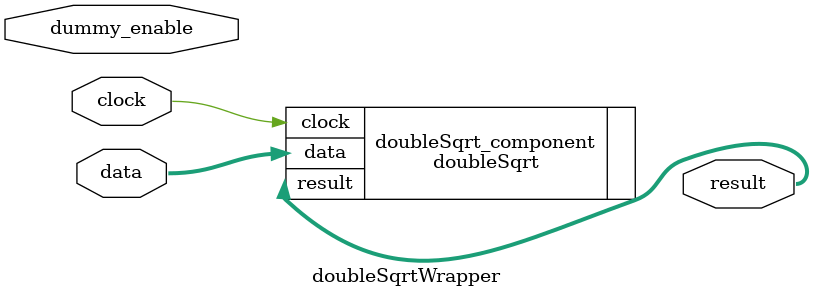
<source format=v>


module doubleSqrtWrapper (
	clock,
	data,
	result,
	dummy_enable);

	input		clock;
	input	[63:0]	data;
	output	[63:0]	result;
	input		dummy_enable;

	doubleSqrt doubleSqrt_component (
		.clock(clock),
		.data(data),
		.result(result)
	);
endmodule

</source>
